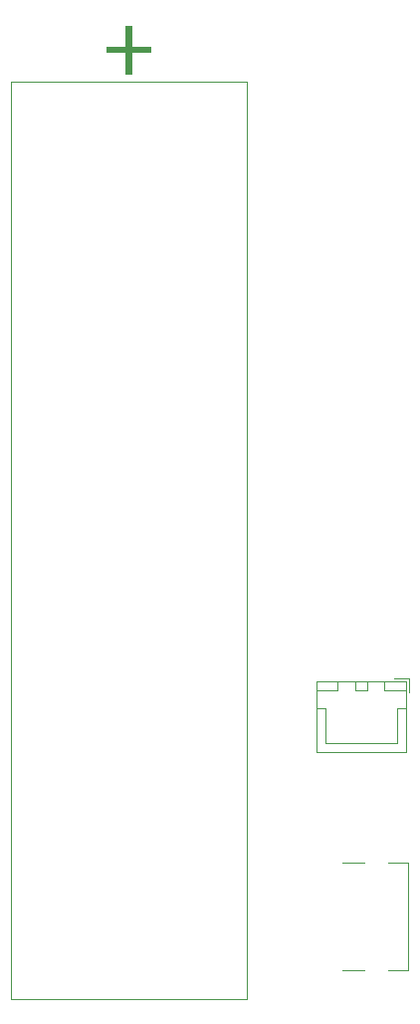
<source format=gbr>
%TF.GenerationSoftware,KiCad,Pcbnew,8.0.5-8.0.5-0~ubuntu24.04.1*%
%TF.CreationDate,2024-10-11T17:30:16+02:00*%
%TF.ProjectId,v_ggtermometer,76e46767-7465-4726-9d6f-6d657465722e,rev?*%
%TF.SameCoordinates,Original*%
%TF.FileFunction,Legend,Bot*%
%TF.FilePolarity,Positive*%
%FSLAX46Y46*%
G04 Gerber Fmt 4.6, Leading zero omitted, Abs format (unit mm)*
G04 Created by KiCad (PCBNEW 8.0.5-8.0.5-0~ubuntu24.04.1) date 2024-10-11 17:30:16*
%MOMM*%
%LPD*%
G01*
G04 APERTURE LIST*
%ADD10C,0.300000*%
%ADD11C,0.120000*%
G04 APERTURE END LIST*
D10*
G36*
X49526970Y-144910704D02*
G01*
X49526970Y-143112588D01*
X51156559Y-143112588D01*
X51156559Y-142574766D01*
X49526970Y-142574766D01*
X49526970Y-140785443D01*
X48964235Y-140785443D01*
X48964235Y-142574766D01*
X47341974Y-142574766D01*
X47341974Y-143112588D01*
X48964235Y-143112588D01*
X48964235Y-144910704D01*
X49526970Y-144910704D01*
G37*
D11*
%TO.C,J8*%
X65190000Y-196515000D02*
X65190000Y-202485000D01*
X65190000Y-202485000D02*
X72810000Y-202485000D01*
X65200000Y-196525000D02*
X65200000Y-197275000D01*
X65200000Y-197275000D02*
X67000000Y-197275000D01*
X65950000Y-198775000D02*
X65200000Y-198775000D01*
X65950000Y-201725000D02*
X65950000Y-198775000D01*
X67000000Y-196525000D02*
X65200000Y-196525000D01*
X67000000Y-197275000D02*
X67000000Y-196525000D01*
X68500000Y-196525000D02*
X68500000Y-197275000D01*
X68500000Y-197275000D02*
X69500000Y-197275000D01*
X69000000Y-201725000D02*
X65950000Y-201725000D01*
X69000000Y-201725000D02*
X72050000Y-201725000D01*
X69500000Y-196525000D02*
X68500000Y-196525000D01*
X69500000Y-197275000D02*
X69500000Y-196525000D01*
X71000000Y-196525000D02*
X71000000Y-197275000D01*
X71000000Y-197275000D02*
X72800000Y-197275000D01*
X72050000Y-198775000D02*
X72800000Y-198775000D01*
X72050000Y-201725000D02*
X72050000Y-198775000D01*
X72800000Y-196525000D02*
X71000000Y-196525000D01*
X72800000Y-197275000D02*
X72800000Y-196525000D01*
X72810000Y-196515000D02*
X65190000Y-196515000D01*
X72810000Y-202485000D02*
X72810000Y-196515000D01*
X73100000Y-196225000D02*
X71850000Y-196225000D01*
X73100000Y-197475000D02*
X73100000Y-196225000D01*
%TO.C,BT1*%
X39200000Y-145500000D02*
X59300000Y-145500000D01*
X39200000Y-223500000D02*
X39200000Y-145500000D01*
X59300000Y-145500000D02*
X59300000Y-223500000D01*
X59300000Y-223500000D02*
X39200000Y-223500000D01*
%TO.C,J1*%
X67395190Y-221055190D02*
X69315190Y-221055190D01*
X69315190Y-211895190D02*
X67395190Y-211895190D01*
X71325190Y-211895190D02*
X73030190Y-211895190D01*
X73030190Y-211895190D02*
X73030190Y-221055190D01*
X73030190Y-221055190D02*
X71325190Y-221055190D01*
%TD*%
M02*

</source>
